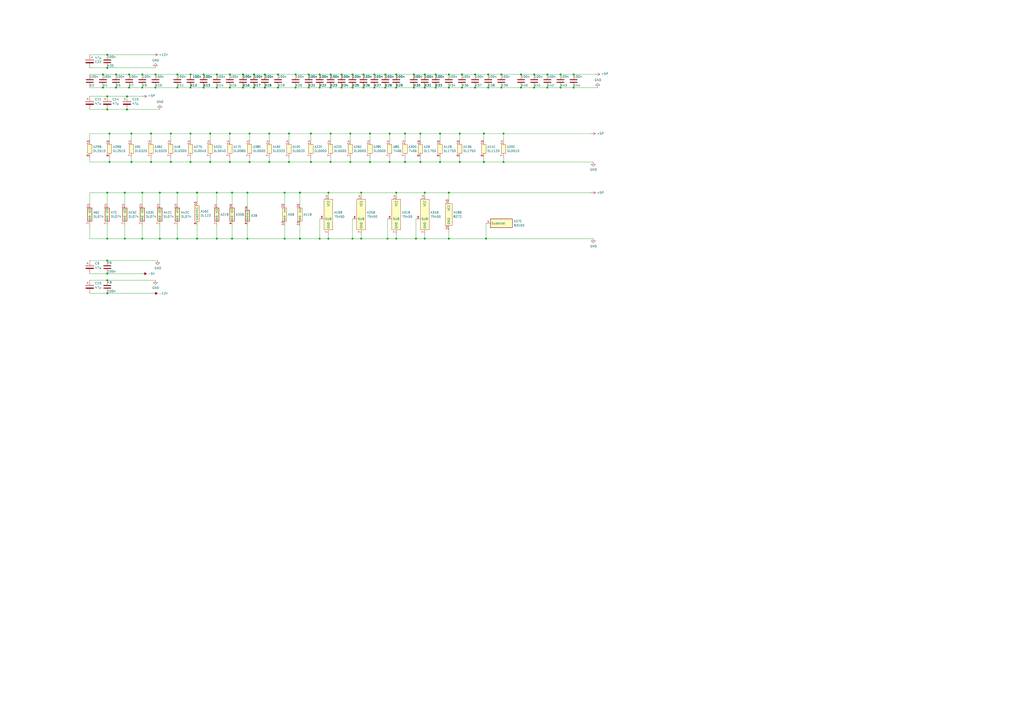
<source format=kicad_sch>
(kicad_sch (version 20250114) (generator "eeschema") (generator_version "9.0")
  (paper "A2")
  (title_block (title "EC1834 Hauptplatine 201.2-Power") (date "2022-09-12") (rev "1") (company "Mario Gögel 2022"))
  (junction (at 118.11 50.8))
  (junction (at 133.35 77.47))
  (junction (at 73.66 63.5))
  (junction (at 204.47 43.18))
  (junction (at 185.42 50.8))
  (junction (at 246.38 50.8))
  (junction (at 290.83 50.8))
  (junction (at 110.49 43.18))
  (junction (at 82.55 138.43))
  (junction (at 167.64 77.47))
  (junction (at 110.49 93.98))
  (junction (at 87.63 77.47))
  (junction (at 217.17 43.18))
  (junction (at 62.23 31.75))
  (junction (at 59.69 50.8))
  (junction (at 114.3 111.76))
  (junction (at 165.1 111.76))
  (junction (at 125.73 43.18))
  (junction (at 302.26 43.18))
  (junction (at 283.21 43.18))
  (junction (at 118.11 43.18))
  (junction (at 92.71 111.76))
  (junction (at 134.62 111.76))
  (junction (at 203.2 93.98))
  (junction (at 134.62 138.43))
  (junction (at 246.38 138.43))
  (junction (at 62.23 39.37))
  (junction (at 62.23 170.18))
  (junction (at 317.5 43.18))
  (junction (at 161.29 50.8))
  (junction (at 226.06 93.98))
  (junction (at 234.95 93.98))
  (junction (at 63.5 77.47))
  (junction (at 82.55 50.8))
  (junction (at 72.39 111.76))
  (junction (at 214.63 93.98))
  (junction (at 74.93 43.18))
  (junction (at 144.78 93.98))
  (junction (at 165.1 138.43))
  (junction (at 280.67 93.98))
  (junction (at 62.23 138.43))
  (junction (at 217.17 50.8))
  (junction (at 325.12 50.8))
  (junction (at 63.5 93.98))
  (junction (at 229.87 138.43))
  (junction (at 280.67 77.47))
  (junction (at 229.87 50.8))
  (junction (at 317.5 50.8))
  (junction (at 167.64 93.98))
  (junction (at 252.73 50.8))
  (junction (at 332.74 43.18))
  (junction (at 110.49 77.47))
  (junction (at 171.45 43.18))
  (junction (at 243.84 93.98))
  (junction (at 140.97 43.18))
  (junction (at 266.7 77.47))
  (junction (at 156.21 93.98))
  (junction (at 102.87 111.76))
  (junction (at 62.23 162.56))
  (junction (at 161.29 43.18))
  (junction (at 260.35 50.8))
  (junction (at 223.52 50.8))
  (junction (at 82.55 43.18))
  (junction (at 74.93 50.8))
  (junction (at 125.73 111.76))
  (junction (at 173.99 111.76))
  (junction (at 125.73 138.43))
  (junction (at 267.97 43.18))
  (junction (at 147.32 43.18))
  (junction (at 171.45 50.8))
  (junction (at 82.55 111.76))
  (junction (at 241.3 138.43))
  (junction (at 198.12 50.8))
  (junction (at 133.35 93.98))
  (junction (at 255.27 93.98))
  (junction (at 179.07 50.8))
  (junction (at 67.31 50.8))
  (junction (at 62.23 55.88))
  (junction (at 191.77 50.8))
  (junction (at 102.87 138.43))
  (junction (at 99.06 93.98))
  (junction (at 252.73 43.18))
  (junction (at 246.38 43.18))
  (junction (at 62.23 158.75))
  (junction (at 275.59 50.8))
  (junction (at 90.17 50.8))
  (junction (at 73.66 55.88))
  (junction (at 292.1 93.98))
  (junction (at 332.74 50.8))
  (junction (at 76.2 77.47))
  (junction (at 62.23 151.13))
  (junction (at 190.5 111.76))
  (junction (at 76.2 93.98))
  (junction (at 153.67 43.18))
  (junction (at 92.71 138.43))
  (junction (at 223.52 43.18))
  (junction (at 191.77 43.18))
  (junction (at 302.26 50.8))
  (junction (at 266.7 93.98))
  (junction (at 99.06 77.47))
  (junction (at 140.97 50.8))
  (junction (at 246.38 111.76))
  (junction (at 275.59 43.18))
  (junction (at 87.63 93.98))
  (junction (at 255.27 77.47))
  (junction (at 243.84 77.47))
  (junction (at 224.79 138.43))
  (junction (at 210.82 43.18))
  (junction (at 226.06 77.47))
  (junction (at 229.87 43.18))
  (junction (at 234.95 77.47))
  (junction (at 173.99 138.43))
  (junction (at 143.51 111.76))
  (junction (at 204.47 50.8))
  (junction (at 292.1 77.47))
  (junction (at 210.82 50.8))
  (junction (at 133.35 50.8))
  (junction (at 125.73 50.8))
  (junction (at 214.63 77.47))
  (junction (at 190.5 138.43))
  (junction (at 309.88 43.18))
  (junction (at 240.03 43.18))
  (junction (at 260.35 111.76))
  (junction (at 143.51 138.43))
  (junction (at 72.39 138.43))
  (junction (at 185.42 138.43))
  (junction (at 260.35 43.18))
  (junction (at 229.87 111.76))
  (junction (at 283.21 50.8))
  (junction (at 204.47 138.43))
  (junction (at 114.3 138.43))
  (junction (at 185.42 43.18))
  (junction (at 121.92 93.98))
  (junction (at 156.21 77.47))
  (junction (at 240.03 50.8))
  (junction (at 325.12 43.18))
  (junction (at 90.17 43.18))
  (junction (at 62.23 63.5))
  (junction (at 180.34 93.98))
  (junction (at 179.07 43.18))
  (junction (at 133.35 43.18))
  (junction (at 62.23 111.76))
  (junction (at 260.35 138.43))
  (junction (at 209.55 111.76))
  (junction (at 121.92 77.47))
  (junction (at 59.69 43.18))
  (junction (at 153.67 50.8))
  (junction (at 147.32 50.8))
  (junction (at 67.31 43.18))
  (junction (at 191.77 93.98))
  (junction (at 110.49 50.8))
  (junction (at 281.94 138.43))
  (junction (at 209.55 138.43))
  (junction (at 203.2 77.47))
  (junction (at 191.77 77.47))
  (junction (at 144.78 77.47))
  (junction (at 180.34 77.47))
  (junction (at 198.12 43.18))
  (junction (at 290.83 43.18))
  (junction (at 102.87 50.8))
  (junction (at 102.87 43.18))
  (junction (at 267.97 50.8))
  (junction (at 309.88 50.8))
  (wire (pts (xy 82.55 118.11) (xy 82.55 111.76)))
  (wire (pts (xy 156.21 91.44) (xy 156.21 93.98)))
  (wire (pts (xy 234.95 93.98) (xy 243.84 93.98)))
  (wire (pts (xy 217.17 43.18) (xy 223.52 43.18)))
  (wire (pts (xy 252.73 43.18) (xy 260.35 43.18)))
  (wire (pts (xy 165.1 111.76) (xy 165.1 118.11)))
  (wire (pts (xy 283.21 43.18) (xy 290.83 43.18)))
  (wire (pts (xy 290.83 43.18) (xy 302.26 43.18)))
  (wire (pts (xy 190.5 138.43) (xy 204.47 138.43)))
  (wire (pts (xy 153.67 43.18) (xy 161.29 43.18)))
  (wire (pts (xy 99.06 93.98) (xy 110.49 93.98)))
  (wire (pts (xy 255.27 91.44) (xy 255.27 93.98)))
  (wire (pts (xy 82.55 43.18) (xy 90.17 43.18)))
  (wire (pts (xy 114.3 111.76) (xy 125.73 111.76)))
  (wire (pts (xy 332.74 50.8) (xy 346.71 50.8)))
  (wire (pts (xy 203.2 77.47) (xy 214.63 77.47)))
  (wire (pts (xy 191.77 91.44) (xy 191.77 93.98)))
  (wire (pts (xy 173.99 111.76) (xy 173.99 118.11)))
  (wire (pts (xy 156.21 77.47) (xy 156.21 81.28)))
  (wire (pts (xy 173.99 130.81) (xy 173.99 138.43)))
  (wire (pts (xy 52.07 93.98) (xy 63.5 93.98)))
  (wire (pts (xy 280.67 77.47) (xy 292.1 77.47)))
  (wire (pts (xy 204.47 43.18) (xy 210.82 43.18)))
  (wire (pts (xy 102.87 138.43) (xy 114.3 138.43)))
  (wire (pts (xy 134.62 130.81) (xy 134.62 138.43)))
  (wire (pts (xy 62.23 55.88) (xy 73.66 55.88)))
  (wire (pts (xy 140.97 50.8) (xy 147.32 50.8)))
  (wire (pts (xy 102.87 130.81) (xy 102.87 138.43)))
  (wire (pts (xy 52.07 43.18) (xy 59.69 43.18)))
  (wire (pts (xy 90.17 50.8) (xy 102.87 50.8)))
  (wire (pts (xy 76.2 77.47) (xy 87.63 77.47)))
  (wire (pts (xy 156.21 93.98) (xy 167.64 93.98)))
  (wire (pts (xy 281.94 129.54) (xy 281.94 138.43)))
  (wire (pts (xy 52.07 77.47) (xy 63.5 77.47)))
  (wire (pts (xy 62.23 118.11) (xy 62.23 111.76)))
  (wire (pts (xy 62.23 158.75) (xy 82.55 158.75)))
  (wire (pts (xy 121.92 91.44) (xy 121.92 93.98)))
  (wire (pts (xy 267.97 50.8) (xy 275.59 50.8)))
  (wire (pts (xy 292.1 77.47) (xy 342.9 77.47)))
  (wire (pts (xy 292.1 77.47) (xy 292.1 81.28)))
  (wire (pts (xy 260.35 50.8) (xy 267.97 50.8)))
  (wire (pts (xy 223.52 43.18) (xy 229.87 43.18)))
  (wire (pts (xy 110.49 93.98) (xy 121.92 93.98)))
  (wire (pts (xy 87.63 91.44) (xy 87.63 93.98)))
  (wire (pts (xy 281.94 138.43) (xy 344.17 138.43)))
  (wire (pts (xy 167.64 77.47) (xy 167.64 81.28)))
  (wire (pts (xy 255.27 93.98) (xy 266.7 93.98)))
  (wire (pts (xy 260.35 43.18) (xy 267.97 43.18)))
  (wire (pts (xy 73.66 63.5) (xy 92.71 63.5)))
  (wire (pts (xy 52.07 138.43) (xy 62.23 138.43)))
  (wire (pts (xy 52.07 130.81) (xy 52.07 138.43)))
  (wire (pts (xy 165.1 138.43) (xy 173.99 138.43)))
  (wire (pts (xy 165.1 111.76) (xy 173.99 111.76)))
  (wire (pts (xy 144.78 93.98) (xy 156.21 93.98)))
  (wire (pts (xy 133.35 43.18) (xy 140.97 43.18)))
  (wire (pts (xy 209.55 135.89) (xy 209.55 138.43)))
  (wire (pts (xy 52.07 158.75) (xy 62.23 158.75)))
  (wire (pts (xy 185.42 43.18) (xy 191.77 43.18)))
  (wire (pts (xy 243.84 77.47) (xy 255.27 77.47)))
  (wire (pts (xy 73.66 55.88) (xy 82.55 55.88)))
  (wire (pts (xy 52.07 50.8) (xy 59.69 50.8)))
  (wire (pts (xy 229.87 111.76) (xy 246.38 111.76)))
  (wire (pts (xy 240.03 50.8) (xy 246.38 50.8)))
  (wire (pts (xy 133.35 77.47) (xy 133.35 81.28)))
  (wire (pts (xy 114.3 130.81) (xy 114.3 138.43)))
  (wire (pts (xy 241.3 138.43) (xy 246.38 138.43)))
  (wire (pts (xy 143.51 138.43) (xy 165.1 138.43)))
  (wire (pts (xy 52.07 118.11) (xy 52.07 111.76)))
  (wire (pts (xy 118.11 43.18) (xy 125.73 43.18)))
  (wire (pts (xy 246.38 111.76) (xy 260.35 111.76)))
  (wire (pts (xy 121.92 77.47) (xy 121.92 81.28)))
  (wire (pts (xy 204.47 138.43) (xy 209.55 138.43)))
  (wire (pts (xy 280.67 91.44) (xy 280.67 93.98)))
  (wire (pts (xy 179.07 43.18) (xy 185.42 43.18)))
  (wire (pts (xy 234.95 77.47) (xy 234.95 81.28)))
  (wire (pts (xy 260.35 111.76) (xy 260.35 115.57)))
  (wire (pts (xy 180.34 77.47) (xy 191.77 77.47)))
  (wire (pts (xy 198.12 43.18) (xy 204.47 43.18)))
  (wire (pts (xy 302.26 43.18) (xy 309.88 43.18)))
  (wire (pts (xy 229.87 50.8) (xy 240.03 50.8)))
  (wire (pts (xy 156.21 77.47) (xy 167.64 77.47)))
  (wire (pts (xy 133.35 91.44) (xy 133.35 93.98)))
  (wire (pts (xy 210.82 43.18) (xy 217.17 43.18)))
  (wire (pts (xy 185.42 127) (xy 185.42 138.43)))
  (wire (pts (xy 114.3 138.43) (xy 125.73 138.43)))
  (wire (pts (xy 171.45 50.8) (xy 179.07 50.8)))
  (wire (pts (xy 76.2 93.98) (xy 87.63 93.98)))
  (wire (pts (xy 143.51 111.76) (xy 165.1 111.76)))
  (wire (pts (xy 243.84 77.47) (xy 243.84 81.28)))
  (wire (pts (xy 209.55 138.43) (xy 224.79 138.43)))
  (wire (pts (xy 52.07 151.13) (xy 62.23 151.13)))
  (wire (pts (xy 302.26 50.8) (xy 309.88 50.8)))
  (wire (pts (xy 165.1 130.81) (xy 165.1 138.43)))
  (wire (pts (xy 134.62 111.76) (xy 134.62 118.11)))
  (wire (pts (xy 87.63 81.28) (xy 87.63 77.47)))
  (wire (pts (xy 266.7 93.98) (xy 280.67 93.98)))
  (wire (pts (xy 217.17 50.8) (xy 223.52 50.8)))
  (wire (pts (xy 125.73 50.8) (xy 133.35 50.8)))
  (wire (pts (xy 226.06 91.44) (xy 226.06 93.98)))
  (wire (pts (xy 99.06 77.47) (xy 110.49 77.47)))
  (wire (pts (xy 125.73 111.76) (xy 134.62 111.76)))
  (wire (pts (xy 76.2 77.47) (xy 76.2 81.28)))
  (wire (pts (xy 180.34 93.98) (xy 191.77 93.98)))
  (wire (pts (xy 275.59 50.8) (xy 283.21 50.8)))
  (wire (pts (xy 82.55 111.76) (xy 92.71 111.76)))
  (wire (pts (xy 63.5 93.98) (xy 76.2 93.98)))
  (wire (pts (xy 203.2 91.44) (xy 203.2 93.98)))
  (wire (pts (xy 125.73 130.81) (xy 125.73 138.43)))
  (wire (pts (xy 180.34 91.44) (xy 180.34 93.98)))
  (wire (pts (xy 173.99 111.76) (xy 190.5 111.76)))
  (wire (pts (xy 52.07 77.47) (xy 52.07 81.28)))
  (wire (pts (xy 144.78 77.47) (xy 156.21 77.47)))
  (wire (pts (xy 190.5 111.76) (xy 209.55 111.76)))
  (wire (pts (xy 52.07 39.37) (xy 62.23 39.37)))
  (wire (pts (xy 243.84 93.98) (xy 255.27 93.98)))
  (wire (pts (xy 198.12 50.8) (xy 204.47 50.8)))
  (wire (pts (xy 92.71 138.43) (xy 102.87 138.43)))
  (wire (pts (xy 133.35 50.8) (xy 140.97 50.8)))
  (wire (pts (xy 209.55 111.76) (xy 209.55 113.03)))
  (wire (pts (xy 59.69 43.18) (xy 67.31 43.18)))
  (wire (pts (xy 143.51 111.76) (xy 143.51 119.38)))
  (wire (pts (xy 110.49 77.47) (xy 110.49 81.28)))
  (wire (pts (xy 134.62 111.76) (xy 143.51 111.76)))
  (wire (pts (xy 62.23 31.75) (xy 88.9 31.75)))
  (wire (pts (xy 241.3 127) (xy 241.3 138.43)))
  (wire (pts (xy 118.11 50.8) (xy 125.73 50.8)))
  (wire (pts (xy 102.87 43.18) (xy 110.49 43.18)))
  (wire (pts (xy 62.23 151.13) (xy 91.44 151.13)))
  (wire (pts (xy 210.82 50.8) (xy 217.17 50.8)))
  (wire (pts (xy 133.35 77.47) (xy 144.78 77.47)))
  (wire (pts (xy 246.38 43.18) (xy 252.73 43.18)))
  (wire (pts (xy 110.49 43.18) (xy 118.11 43.18)))
  (wire (pts (xy 229.87 43.18) (xy 240.03 43.18)))
  (wire (pts (xy 246.38 50.8) (xy 252.73 50.8)))
  (wire (pts (xy 204.47 127) (xy 204.47 138.43)))
  (wire (pts (xy 102.87 118.11) (xy 102.87 111.76)))
  (wire (pts (xy 185.42 138.43) (xy 190.5 138.43)))
  (wire (pts (xy 234.95 91.44) (xy 234.95 93.98)))
  (wire (pts (xy 82.55 50.8) (xy 90.17 50.8)))
  (wire (pts (xy 62.23 138.43) (xy 72.39 138.43)))
  (wire (pts (xy 63.5 81.28) (xy 63.5 77.47)))
  (wire (pts (xy 290.83 50.8) (xy 302.26 50.8)))
  (wire (pts (xy 229.87 138.43) (xy 241.3 138.43)))
  (wire (pts (xy 144.78 91.44) (xy 144.78 93.98)))
  (wire (pts (xy 110.49 50.8) (xy 118.11 50.8)))
  (wire (pts (xy 72.39 130.81) (xy 72.39 138.43)))
  (wire (pts (xy 147.32 43.18) (xy 153.67 43.18)))
  (wire (pts (xy 260.35 111.76) (xy 342.9 111.76)))
  (wire (pts (xy 209.55 111.76) (xy 229.87 111.76)))
  (wire (pts (xy 72.39 138.43) (xy 82.55 138.43)))
  (wire (pts (xy 171.45 43.18) (xy 179.07 43.18)))
  (wire (pts (xy 102.87 111.76) (xy 114.3 111.76)))
  (wire (pts (xy 52.07 31.75) (xy 62.23 31.75)))
  (wire (pts (xy 185.42 50.8) (xy 191.77 50.8)))
  (wire (pts (xy 226.06 93.98) (xy 234.95 93.98)))
  (wire (pts (xy 292.1 93.98) (xy 344.17 93.98)))
  (wire (pts (xy 246.38 138.43) (xy 260.35 138.43)))
  (wire (pts (xy 252.73 50.8) (xy 260.35 50.8)))
  (wire (pts (xy 125.73 138.43) (xy 134.62 138.43)))
  (wire (pts (xy 191.77 50.8) (xy 198.12 50.8)))
  (wire (pts (xy 267.97 43.18) (xy 275.59 43.18)))
  (wire (pts (xy 62.23 63.5) (xy 73.66 63.5)))
  (wire (pts (xy 243.84 91.44) (xy 243.84 93.98)))
  (wire (pts (xy 87.63 93.98) (xy 99.06 93.98)))
  (wire (pts (xy 229.87 135.89) (xy 229.87 138.43)))
  (wire (pts (xy 167.64 91.44) (xy 167.64 93.98)))
  (wire (pts (xy 309.88 43.18) (xy 317.5 43.18)))
  (wire (pts (xy 266.7 77.47) (xy 280.67 77.47)))
  (wire (pts (xy 203.2 77.47) (xy 203.2 81.28)))
  (wire (pts (xy 102.87 50.8) (xy 110.49 50.8)))
  (wire (pts (xy 224.79 127) (xy 224.79 138.43)))
  (wire (pts (xy 191.77 93.98) (xy 203.2 93.98)))
  (wire (pts (xy 275.59 43.18) (xy 283.21 43.18)))
  (wire (pts (xy 214.63 77.47) (xy 226.06 77.47)))
  (wire (pts (xy 260.35 133.35) (xy 260.35 138.43)))
  (wire (pts (xy 125.73 43.18) (xy 133.35 43.18)))
  (wire (pts (xy 99.06 77.47) (xy 99.06 81.28)))
  (wire (pts (xy 280.67 77.47) (xy 280.67 81.28)))
  (wire (pts (xy 292.1 91.44) (xy 292.1 93.98)))
  (wire (pts (xy 52.07 111.76) (xy 62.23 111.76)))
  (wire (pts (xy 62.23 170.18) (xy 88.9 170.18)))
  (wire (pts (xy 214.63 91.44) (xy 214.63 93.98)))
  (wire (pts (xy 325.12 43.18) (xy 332.74 43.18)))
  (wire (pts (xy 332.74 43.18) (xy 345.44 43.18)))
  (wire (pts (xy 283.21 50.8) (xy 290.83 50.8)))
  (wire (pts (xy 226.06 77.47) (xy 234.95 77.47)))
  (wire (pts (xy 144.78 77.47) (xy 144.78 81.28)))
  (wire (pts (xy 309.88 50.8) (xy 317.5 50.8)))
  (wire (pts (xy 191.77 43.18) (xy 198.12 43.18)))
  (wire (pts (xy 90.17 43.18) (xy 102.87 43.18)))
  (wire (pts (xy 82.55 130.81) (xy 82.55 138.43)))
  (wire (pts (xy 82.55 138.43) (xy 92.71 138.43)))
  (wire (pts (xy 246.38 111.76) (xy 246.38 113.03)))
  (wire (pts (xy 62.23 111.76) (xy 72.39 111.76)))
  (wire (pts (xy 52.07 91.44) (xy 52.07 93.98)))
  (wire (pts (xy 260.35 138.43) (xy 281.94 138.43)))
  (wire (pts (xy 224.79 138.43) (xy 229.87 138.43)))
  (wire (pts (xy 161.29 50.8) (xy 171.45 50.8)))
  (wire (pts (xy 52.07 63.5) (xy 62.23 63.5)))
  (wire (pts (xy 161.29 43.18) (xy 171.45 43.18)))
  (wire (pts (xy 134.62 138.43) (xy 143.51 138.43)))
  (wire (pts (xy 255.27 77.47) (xy 266.7 77.47)))
  (wire (pts (xy 92.71 130.81) (xy 92.71 138.43)))
  (wire (pts (xy 62.23 39.37) (xy 90.17 39.37)))
  (wire (pts (xy 203.2 93.98) (xy 214.63 93.98)))
  (wire (pts (xy 246.38 135.89) (xy 246.38 138.43)))
  (wire (pts (xy 67.31 50.8) (xy 74.93 50.8)))
  (wire (pts (xy 147.32 50.8) (xy 153.67 50.8)))
  (wire (pts (xy 229.87 111.76) (xy 229.87 113.03)))
  (wire (pts (xy 266.7 91.44) (xy 266.7 93.98)))
  (wire (pts (xy 317.5 50.8) (xy 325.12 50.8)))
  (wire (pts (xy 191.77 77.47) (xy 203.2 77.47)))
  (wire (pts (xy 74.93 50.8) (xy 82.55 50.8)))
  (wire (pts (xy 59.69 50.8) (xy 67.31 50.8)))
  (wire (pts (xy 121.92 93.98) (xy 133.35 93.98)))
  (wire (pts (xy 52.07 55.88) (xy 62.23 55.88)))
  (wire (pts (xy 63.5 77.47) (xy 76.2 77.47)))
  (wire (pts (xy 99.06 91.44) (xy 99.06 93.98)))
  (wire (pts (xy 143.51 130.81) (xy 143.51 138.43)))
  (wire (pts (xy 62.23 162.56) (xy 90.17 162.56)))
  (wire (pts (xy 72.39 118.11) (xy 72.39 111.76)))
  (wire (pts (xy 190.5 135.89) (xy 190.5 138.43)))
  (wire (pts (xy 180.34 77.47) (xy 180.34 81.28)))
  (wire (pts (xy 121.92 77.47) (xy 133.35 77.47)))
  (wire (pts (xy 76.2 91.44) (xy 76.2 93.98)))
  (wire (pts (xy 226.06 77.47) (xy 226.06 81.28)))
  (wire (pts (xy 173.99 138.43) (xy 185.42 138.43)))
  (wire (pts (xy 240.03 43.18) (xy 246.38 43.18)))
  (wire (pts (xy 62.23 130.81) (xy 62.23 138.43)))
  (wire (pts (xy 92.71 111.76) (xy 102.87 111.76)))
  (wire (pts (xy 133.35 93.98) (xy 144.78 93.98)))
  (wire (pts (xy 191.77 77.47) (xy 191.77 81.28)))
  (wire (pts (xy 266.7 77.47) (xy 266.7 81.28)))
  (wire (pts (xy 52.07 162.56) (xy 62.23 162.56)))
  (wire (pts (xy 140.97 43.18) (xy 147.32 43.18)))
  (wire (pts (xy 317.5 43.18) (xy 325.12 43.18)))
  (wire (pts (xy 52.07 170.18) (xy 62.23 170.18)))
  (wire (pts (xy 110.49 77.47) (xy 121.92 77.47)))
  (wire (pts (xy 167.64 77.47) (xy 180.34 77.47)))
  (wire (pts (xy 223.52 50.8) (xy 229.87 50.8)))
  (wire (pts (xy 179.07 50.8) (xy 185.42 50.8)))
  (wire (pts (xy 153.67 50.8) (xy 161.29 50.8)))
  (wire (pts (xy 63.5 91.44) (xy 63.5 93.98)))
  (wire (pts (xy 125.73 111.76) (xy 125.73 118.11)))
  (wire (pts (xy 74.93 43.18) (xy 82.55 43.18)))
  (wire (pts (xy 67.31 43.18) (xy 74.93 43.18)))
  (wire (pts (xy 72.39 111.76) (xy 82.55 111.76)))
  (wire (pts (xy 234.95 77.47) (xy 243.84 77.47)))
  (wire (pts (xy 204.47 50.8) (xy 210.82 50.8)))
  (wire (pts (xy 114.3 111.76) (xy 114.3 116.84)))
  (wire (pts (xy 214.63 81.28) (xy 214.63 77.47)))
  (wire (pts (xy 190.5 111.76) (xy 190.5 113.03)))
  (wire (pts (xy 214.63 93.98) (xy 226.06 93.98)))
  (wire (pts (xy 325.12 50.8) (xy 332.74 50.8)))
  (wire (pts (xy 255.27 77.47) (xy 255.27 81.28)))
  (wire (pts (xy 110.49 91.44) (xy 110.49 93.98)))
  (wire (pts (xy 87.63 77.47) (xy 99.06 77.47)))
  (wire (pts (xy 92.71 118.11) (xy 92.71 111.76)))
  (wire (pts (xy 280.67 93.98) (xy 292.1 93.98)))
  (wire (pts (xy 167.64 93.98) (xy 180.34 93.98)))
  (symbol (lib_id "Device:C") (at 52.07 46.99 0) (mirror x) (unit 1)
    (property "Reference" "K2" (at 52.07 49.53 0) (effects (justify left)))
    (property "Value" "100n" (at 52.07 44.45 0) (effects (justify left)))
    (property "Footprint" "Capacitor_THT:C_Disc_D4.3mm_W1.9mm_P5.00mm" (effects (hide yes)))
  )
  (symbol (lib_id "Device:C") (at 204.47 46.99 0) (mirror x) (unit 1)
    (property "Reference" "K25" (at 204.47 49.53 0) (effects (justify left)))
    (property "Value" "100n" (at 204.47 44.45 0) (effects (justify left)))
    (property "Footprint" "Capacitor_THT:C_Disc_D4.3mm_W1.9mm_P5.00mm" (effects (hide yes)))
  )
  (symbol (lib_id "Device:C") (at 102.87 46.99 0) (mirror x) (unit 1)
    (property "Reference" "K11" (at 102.87 49.53 0) (effects (justify left)))
    (property "Value" "100n" (at 102.87 44.45 0) (effects (justify left)))
    (property "Footprint" "Capacitor_THT:C_Disc_D4.3mm_W1.9mm_P5.00mm" (effects (hide yes)))
  )
  (symbol (lib_id "Device:C") (at 59.69 46.99 0) (mirror x) (unit 1)
    (property "Reference" "K4" (at 59.69 49.53 0) (effects (justify left)))
    (property "Value" "100n" (at 59.69 44.45 0) (effects (justify left)))
    (property "Footprint" "Capacitor_THT:C_Disc_D4.3mm_W1.9mm_P5.00mm" (effects (hide yes)))
  )
  (symbol (lib_id "Device:C") (at 67.31 46.99 0) (mirror x) (unit 1)
    (property "Reference" "K5" (at 67.31 49.53 0) (effects (justify left)))
    (property "Value" "100n" (at 67.31 44.45 0) (effects (justify left)))
    (property "Footprint" "Capacitor_THT:C_Disc_D4.3mm_W1.9mm_P5.00mm" (effects (hide yes)))
  )
  (symbol (lib_id "Device:C") (at 74.93 46.99 0) (mirror x) (unit 1)
    (property "Reference" "K7" (at 74.93 49.53 0) (effects (justify left)))
    (property "Value" "100n" (at 74.93 44.45 0) (effects (justify left)))
    (property "Footprint" "Capacitor_THT:C_Disc_D4.3mm_W1.9mm_P5.00mm" (effects (hide yes)))
  )
  (symbol (lib_id "Device:C") (at 275.59 46.99 0) (mirror x) (unit 1)
    (property "Reference" "K37" (at 275.59 49.53 0) (effects (justify left)))
    (property "Value" "100n" (at 275.59 44.45 0) (effects (justify left)))
    (property "Footprint" "Capacitor_THT:C_Disc_D4.3mm_W1.9mm_P5.00mm" (effects (hide yes)))
  )
  (symbol (lib_id "Device:C") (at 260.35 46.99 0) (mirror x) (unit 1)
    (property "Reference" "K34" (at 260.35 49.53 0) (effects (justify left)))
    (property "Value" "100n" (at 260.35 44.45 0) (effects (justify left)))
    (property "Footprint" "Capacitor_THT:C_Disc_D4.3mm_W1.9mm_P5.00mm" (effects (hide yes)))
  )
  (symbol (lib_id "Device:C") (at 82.55 46.99 0) (mirror x) (unit 1)
    (property "Reference" "K9" (at 82.55 49.53 0) (effects (justify left)))
    (property "Value" "100n" (at 82.55 44.45 0) (effects (justify left)))
    (property "Footprint" "Capacitor_THT:C_Disc_D4.3mm_W1.9mm_P5.00mm" (effects (hide yes)))
  )
  (symbol (lib_id "Device:C") (at 90.17 46.99 0) (mirror x) (unit 1)
    (property "Reference" "K10" (at 90.17 49.53 0) (effects (justify left)))
    (property "Value" "100n" (at 90.17 44.45 0) (effects (justify left)))
    (property "Footprint" "Capacitor_THT:C_Disc_D4.3mm_W1.9mm_P5.00mm" (effects (hide yes)))
  )
  (symbol (lib_id "Device:C") (at 140.97 46.99 0) (mirror x) (unit 1)
    (property "Reference" "K16" (at 140.97 49.53 0) (effects (justify left)))
    (property "Value" "100n" (at 140.97 44.45 0) (effects (justify left)))
    (property "Footprint" "Capacitor_THT:C_Disc_D4.3mm_W1.9mm_P5.00mm" (effects (hide yes)))
  )
  (symbol (lib_id "Device:C") (at 290.83 46.99 0) (mirror x) (unit 1)
    (property "Reference" "K39" (at 290.83 49.53 0) (effects (justify left)))
    (property "Value" "100n" (at 290.83 44.45 0) (effects (justify left)))
    (property "Footprint" "Capacitor_THT:C_Disc_D4.3mm_W1.9mm_P5.00mm" (effects (hide yes)))
  )
  (symbol (lib_id "Device:C") (at 110.49 46.99 0) (mirror x) (unit 1)
    (property "Reference" "K12" (at 110.49 49.53 0) (effects (justify left)))
    (property "Value" "100n" (at 111.76 44.45 0) (effects (justify left)))
    (property "Footprint" "Capacitor_THT:C_Disc_D4.3mm_W1.9mm_P5.00mm" (effects (hide yes)))
  )
  (symbol (lib_id "Device:C") (at 118.11 46.99 0) (mirror x) (unit 1)
    (property "Reference" "K13" (at 118.11 49.53 0) (effects (justify left)))
    (property "Value" "100n" (at 118.11 44.45 0) (effects (justify left)))
    (property "Footprint" "Capacitor_THT:C_Disc_D4.3mm_W1.9mm_P5.00mm" (effects (hide yes)))
  )
  (symbol (lib_id "Device:C") (at 133.35 46.99 0) (mirror x) (unit 1)
    (property "Reference" "K15" (at 133.35 49.53 0) (effects (justify left)))
    (property "Value" "100n" (at 133.35 44.45 0) (effects (justify left)))
    (property "Footprint" "Capacitor_THT:C_Disc_D4.3mm_W1.9mm_P5.00mm" (effects (hide yes)))
  )
  (symbol (lib_id "Device:C") (at 283.21 46.99 0) (mirror x) (unit 1)
    (property "Reference" "K38" (at 283.21 49.53 0) (effects (justify left)))
    (property "Value" "100n" (at 283.21 44.45 0) (effects (justify left)))
    (property "Footprint" "Capacitor_THT:C_Disc_D4.3mm_W1.9mm_P5.00mm" (effects (hide yes)))
  )
  (symbol (lib_id "Device:C") (at 125.73 46.99 0) (mirror x) (unit 1)
    (property "Reference" "K14" (at 125.73 49.53 0) (effects (justify left)))
    (property "Value" "100n" (at 125.73 44.45 0) (effects (justify left)))
    (property "Footprint" "Capacitor_THT:C_Disc_D4.3mm_W1.9mm_P5.00mm" (effects (hide yes)))
  )
  (symbol (lib_id "Device:C") (at 185.42 46.99 0) (mirror x) (unit 1)
    (property "Reference" "K22" (at 185.42 49.53 0) (effects (justify left)))
    (property "Value" "100n" (at 185.42 44.45 0) (effects (justify left)))
    (property "Footprint" "Capacitor_THT:C_Disc_D4.3mm_W1.9mm_P5.00mm" (effects (hide yes)))
  )
  (symbol (lib_id "Device:C") (at 191.77 46.99 0) (mirror x) (unit 1)
    (property "Reference" "K23" (at 191.77 49.53 0) (effects (justify left)))
    (property "Value" "100n" (at 191.77 44.45 0) (effects (justify left)))
    (property "Footprint" "Capacitor_THT:C_Disc_D4.3mm_W1.9mm_P5.00mm" (effects (hide yes)))
  )
  (symbol (lib_id "Device:C") (at 198.12 46.99 0) (mirror x) (unit 1)
    (property "Reference" "K24" (at 198.12 49.53 0) (effects (justify left)))
    (property "Value" "100n" (at 198.12 44.45 0) (effects (justify left)))
    (property "Footprint" "Capacitor_THT:C_Disc_D4.3mm_W1.9mm_P5.00mm" (effects (hide yes)))
  )
  (symbol (lib_id "Device:C") (at 240.03 46.99 0) (mirror x) (unit 1)
    (property "Reference" "K30" (at 240.03 49.53 0) (effects (justify left)))
    (property "Value" "100n" (at 240.03 44.45 0) (effects (justify left)))
    (property "Footprint" "Capacitor_THT:C_Disc_D4.3mm_W1.9mm_P5.00mm" (effects (hide yes)))
  )
  (symbol (lib_id "Device:C") (at 246.38 46.99 0) (mirror x) (unit 1)
    (property "Reference" "K31" (at 246.38 49.53 0) (effects (justify left)))
    (property "Value" "100n" (at 246.38 44.45 0) (effects (justify left)))
    (property "Footprint" "Capacitor_THT:C_Disc_D4.3mm_W1.9mm_P5.00mm" (effects (hide yes)))
  )
  (symbol (lib_id "Device:C") (at 217.17 46.99 0) (mirror x) (unit 1)
    (property "Reference" "K27" (at 217.17 49.53 0) (effects (justify left)))
    (property "Value" "100n" (at 217.17 44.45 0) (effects (justify left)))
    (property "Footprint" "Capacitor_THT:C_Disc_D4.3mm_W1.9mm_P5.00mm" (effects (hide yes)))
  )
  (symbol (lib_id "Device:C") (at 252.73 46.99 0) (mirror x) (unit 1)
    (property "Reference" "K33" (at 252.73 49.53 0) (effects (justify left)))
    (property "Value" "100n" (at 252.73 44.45 0) (effects (justify left)))
    (property "Footprint" "Capacitor_THT:C_Disc_D4.3mm_W1.9mm_P5.00mm" (effects (hide yes)))
  )
  (symbol (lib_id "Device:C") (at 267.97 46.99 0) (mirror x) (unit 1)
    (property "Reference" "K36" (at 267.97 49.53 0) (effects (justify left)))
    (property "Value" "100n" (at 267.97 44.45 0) (effects (justify left)))
    (property "Footprint" "Capacitor_THT:C_Disc_D4.3mm_W1.9mm_P5.00mm" (effects (hide yes)))
  )
  (symbol (lib_id "Device:C") (at 332.74 46.99 0) (mirror x) (unit 1)
    (property "Reference" "K44" (at 332.74 49.53 0) (effects (justify left)))
    (property "Value" "100n" (at 332.74 44.45 0) (effects (justify left)))
    (property "Footprint" "Capacitor_THT:C_Disc_D4.3mm_W1.9mm_P5.00mm" (effects (hide yes)))
  )
  (symbol (lib_id "power:GND") (at 346.71 50.8 0) (mirror x) (unit 1)
    (property "Reference" "#PWR0102" (effects (hide yes)))
    (property "Value" "GND" (at 346.837 46.4058 0))
    (property "Description" "Power symbol creates a global label with name \"GND\" , ground" (effects (hide yes)))
  )
  (symbol (lib_id "power:+5P") (at 345.44 43.18 270) (mirror x) (unit 1)
    (property "Reference" "#PWR0103" (effects (hide yes)))
    (property "Value" "+5P" (at 348.6912 42.799 90) (effects (justify left)))
    (property "Description" "Power symbol creates a global label with name \"+5P\"" (effects (hide yes)))
  )
  (symbol (lib_id "power:+5P") (at 82.55 55.88 270) (mirror x) (unit 1)
    (property "Reference" "#PWR0104" (effects (hide yes)))
    (property "Value" "+5P" (at 85.8012 55.499 90) (effects (justify left)))
    (property "Description" "Power symbol creates a global label with name \"+5P\"" (effects (hide yes)))
  )
  (symbol (lib_id "power:GND") (at 92.71 63.5 0) (mirror x) (unit 1)
    (property "Reference" "#PWR0106" (effects (hide yes)))
    (property "Value" "GND" (at 92.837 59.1058 0))
    (property "Description" "Power symbol creates a global label with name \"GND\" , ground" (effects (hide yes)))
  )
  (symbol (lib_id "power:GND") (at 91.44 151.13 0) (unit 1)
    (property "Reference" "#PWR0108" (effects (hide yes)))
    (property "Value" "GND" (at 91.567 155.5242 0))
    (property "Description" "Power symbol creates a global label with name \"GND\" , ground" (effects (hide yes)))
  )
  (symbol (lib_id "power:GND") (at 344.17 138.43 0) (unit 1)
    (property "Reference" "#PWR0109" (effects (hide yes)))
    (property "Value" "GND" (at 344.297 142.8242 0))
    (property "Description" "Power symbol creates a global label with name \"GND\" , ground" (effects (hide yes)))
  )
  (symbol (lib_id "Device:C_Polarized") (at 62.23 59.69 0) (unit 1)
    (property "Reference" "C14" (at 65.151 57.5888 0) (effects (justify left)))
    (property "Value" "47µ" (at 65.151 60.0131 0) (effects (justify left)))
    (property "Footprint" "Capacitor_THT:CP_Radial_Tantal_D5.0mm_P5.00mm" (effects (hide yes)))
    (property "Description" "Polarized capacitor" (effects (hide yes)))
  )
  (symbol (lib_id "RFT_Digitalschaltkreise:DL032D") (at 156.21 86.36 0) (unit 5)
    (property "Reference" "A40" (at 158.115 85.1478 0) (effects (justify left)))
    (property "Value" "DL032D" (at 158.115 87.5721 0) (effects (justify left)))
    (property "Footprint" "Package_DIP:DIP-14_W7.62mm" (effects (hide yes)))
    (property "Datasheet" "https://www-user.tu-chemnitz.de/~heha/basteln/Konsumg%C3%BCter/DDR-Halbleiter/g.cgi?149" (effects (hide yes)))
    (property "Description" "4 OR-Gatter mit je 2 Eingängen" (effects (hide yes)))
  )
  (symbol (lib_id "robotron_ec1834:DS8286D") (at 173.99 124.46 0) (unit 2)
    (property "Reference" "A11" (at 175.895 124.46 0) (effects (justify left)))
    (property "Value" "DS8286D" (effects (hide yes)))
    (property "Footprint" "Package_DIP:DIP-20_W7.62mm" (effects (hide yes)))
    (property "Datasheet" "https://www-user.tu-chemnitz.de/~heha/basteln/Konsumg%C3%BCter/DDR-Halbleiter/ds8286.gif" (effects (hide yes)))
    (property "Description" "8 Bit bidirektionaler Bustreiber, Tristate-Ausgänge" (effects (hide yes)))
  )
  (symbol (lib_id "RFT_Digitalschaltkreise:DL251D") (at 52.07 86.36 0) (unit 2)
    (property "Reference" "A29" (at 53.975 85.1478 0) (effects (justify left)))
    (property "Value" "DL251D" (at 53.975 87.5721 0) (effects (justify left)))
    (property "Footprint" "Package_DIP:DIP-16_W7.62mm" (effects (hide yes)))
    (property "Datasheet" "https://www-user.tu-chemnitz.de/~heha/basteln/Konsumg%C3%BCter/DDR-Halbleiter/dl251.gif" (effects (hide yes)))
    (property "Description" "8- auf 1-Multiplexer mit Tristate-Ausgängen" (effects (hide yes)))
  )
  (symbol (lib_id "Device:C") (at 62.23 154.94 0) (unit 1)
    (property "Reference" "K6" (at 62.23 152.4 0) (effects (justify left)))
    (property "Value" "100n" (at 62.23 157.48 0) (effects (justify left)))
    (property "Footprint" "Capacitor_THT:C_Disc_D4.3mm_W1.9mm_P5.00mm" (effects (hide yes)))
  )
  (symbol (lib_id "power:+5P") (at 342.9 111.76 270) (unit 1)
    (property "Reference" "#PWR06" (effects (hide yes)))
    (property "Value" "+5P" (at 346.075 111.76 90) (effects (justify left)))
    (property "Description" "Power symbol creates a global label with name \"+5P\"" (effects (hide yes)))
  )
  (symbol (lib_id "RFT_Analogschaltkreise:B315D") (at 289.56 129.54 0) (unit 5)
    (property "Reference" "A37" (at 297.942 128.3278 0) (effects (justify left)))
    (property "Value" "B315D" (at 297.942 130.7521 0) (effects (justify left)))
    (property "Footprint" "Package_DIP:DIP-14_W7.62mm" (effects (hide yes)))
    (property "Datasheet" "https://www.tu-chemnitz.de/etit/zentral/ddr/b315.gif" (effects (hide yes)))
    (property "Description" "Transistor-Leistungs-Array" (effects (hide yes)))
  )
  (symbol (lib_id "Device:C") (at 302.26 46.99 0) (mirror x) (unit 1)
    (property "Reference" "K40" (at 302.26 49.53 0) (effects (justify left)))
    (property "Value" "100n" (at 302.26 44.45 0) (effects (justify left)))
    (property "Footprint" "Capacitor_THT:C_Disc_D4.3mm_W1.9mm_P5.00mm" (effects (hide yes)))
  )
  (symbol (lib_id "RFT_Digitalschaltkreise:DL004D") (at 121.92 86.36 0) (unit 7)
    (property "Reference" "A32" (at 123.825 85.1478 0) (effects (justify left)))
    (property "Value" "DL004D" (at 123.825 87.5721 0) (effects (justify left)))
    (property "Footprint" "Package_DIP:DIP-14_W7.62mm" (effects (hide yes)))
    (property "Datasheet" "https://www-user.tu-chemnitz.de/~heha/basteln/Konsumg%C3%BCter/DDR-Halbleiter/dl003.gif" (effects (hide yes)))
    (property "Description" "6 Inverter" (effects (hide yes)))
  )
  (symbol (lib_id "RFT_Digitalschaltkreise:DL000D") (at 203.2 86.36 0) (unit 5)
    (property "Reference" "A26" (at 205.105 85.1478 0) (effects (justify left)))
    (property "Value" "DL000D" (at 205.105 87.5721 0) (effects (justify left)))
    (property "Footprint" "Package_DIP:DIP-14_W7.62mm" (effects (hide yes)))
    (property "Datasheet" "https://www-user.tu-chemnitz.de/~heha/basteln/Konsumg%C3%BCter/DDR-Halbleiter/dl000.gif" (effects (hide yes)))
    (property "Description" "4 NAND-Gatter mit je 2 Eingängen" (effects (hide yes)))
  )
  (symbol (lib_id "RFT_Digitalschaltkreise:DL032D") (at 87.63 86.36 0) (unit 5)
    (property "Reference" "A36" (at 89.535 85.1478 0) (effects (justify left)))
    (property "Value" "DL032D" (at 89.535 87.5721 0) (effects (justify left)))
    (property "Footprint" "Package_DIP:DIP-14_W7.62mm" (effects (hide yes)))
    (property "Datasheet" "https://www-user.tu-chemnitz.de/~heha/basteln/Konsumg%C3%BCter/DDR-Halbleiter/g.cgi?149" (effects (hide yes)))
    (property "Description" "4 OR-Gatter mit je 2 Eingängen" (effects (hide yes)))
  )
  (symbol (lib_id "robotron_ec1834:75450") (at 190.5 124.46 0) (unit 2)
    (property "Reference" "A19" (at 193.675 123.2478 0) (effects (justify left)))
    (property "Value" "75450" (at 193.675 125.6721 0) (effects (justify left)))
    (property "Footprint" "Package_DIP:DIP-14_W7.62mm" (effects (hide yes)))
  )
  (symbol (lib_id "robotron_ec1834:DS8216") (at 143.51 125.73 0) (unit 2)
    (property "Reference" "A3" (at 145.542 125.095 0) (effects (justify left)))
    (property "Value" "DS8216" (effects (hide yes)))
    (property "Footprint" "Package_DIP:DIP-16_W7.62mm" (effects (hide yes)))
    (property "Datasheet" "http://www.ti.com/lit/gpn/sn74LS138" (effects (hide yes)))
    (property "Description" "Decoder 3 to 8 active low outputs" (effects (hide yes)))
  )
  (symbol (lib_id "Device:C") (at 325.12 46.99 0) (mirror x) (unit 1)
    (property "Reference" "K43" (at 325.12 49.53 0) (effects (justify left)))
    (property "Value" "100n" (at 325.12 44.45 0) (effects (justify left)))
    (property "Footprint" "Capacitor_THT:C_Disc_D4.3mm_W1.9mm_P5.00mm" (effects (hide yes)))
  )
  (symbol (lib_id "power:GND") (at 90.17 162.56 0) (unit 1)
    (property "Reference" "#PWR05" (effects (hide yes)))
    (property "Value" "GND" (at 90.297 166.9542 0))
    (property "Description" "Power symbol creates a global label with name \"GND\" , ground" (effects (hide yes)))
  )
  (symbol (lib_id "RFT_Digitalschaltkreise:DL000D") (at 214.63 86.36 0) (unit 5)
    (property "Reference" "A28" (at 216.535 85.1478 0) (effects (justify left)))
    (property "Value" "DL000D" (at 216.535 87.5721 0) (effects (justify left)))
    (property "Footprint" "Package_DIP:DIP-14_W7.62mm" (effects (hide yes)))
    (property "Datasheet" "https://www-user.tu-chemnitz.de/~heha/basteln/Konsumg%C3%BCter/DDR-Halbleiter/dl000.gif" (effects (hide yes)))
    (property "Description" "4 NAND-Gatter mit je 2 Eingängen" (effects (hide yes)))
  )
  (symbol (lib_id "Device:C") (at 229.87 46.99 0) (mirror x) (unit 1)
    (property "Reference" "K29" (at 229.87 49.53 0) (effects (justify left)))
    (property "Value" "100n" (at 229.87 44.45 0) (effects (justify left)))
    (property "Footprint" "Capacitor_THT:C_Disc_D4.3mm_W1.9mm_P5.00mm" (effects (hide yes)))
  )
  (symbol (lib_id "RFT_Digitalschaltkreise:DL008D") (at 133.35 86.36 0) (unit 5)
    (property "Reference" "A17" (at 135.255 85.1478 0) (effects (justify left)))
    (property "Value" "DL008D" (at 135.255 87.5721 0) (effects (justify left)))
    (property "Footprint" "Package_DIP:DIP-14_W7.62mm" (effects (hide yes)))
    (property "Datasheet" "https://www-user.tu-chemnitz.de/~heha/basteln/Konsumg%C3%BCter/DDR-Halbleiter/dl008.gif" (effects (hide yes)))
    (property "Description" "4 AND-Gatter mit je 2 Eingängen" (effects (hide yes)))
  )
  (symbol (lib_id "robotron_ec1834:DL295") (at 125.73 124.46 0) (unit 2)
    (property "Reference" "A21" (at 127.762 124.46 0) (effects (justify left)))
    (property "Value" "DL295" (effects (hide yes)))
    (property "Footprint" "Package_DIP:DIP-14_W7.62mm" (effects (hide yes)))
    (property "Datasheet" "http://www.ti.com/lit/gpn/sn74LS295" (effects (hide yes)))
    (property "Description" "4-bit bidirectional register, 3-state outputs" (effects (hide yes)))
  )
  (symbol (lib_id "RFT_Digitalschaltkreise:DL051D") (at 292.1 86.36 0) (unit 3)
    (property "Reference" "A20" (at 294.005 85.1478 0) (effects (justify left)))
    (property "Value" "DL051D" (at 294.005 87.5721 0) (effects (justify left)))
    (property "Footprint" "Package_DIP:DIP-14_W7.62mm" (effects (hide yes)))
    (property "Datasheet" "https://www-user.tu-chemnitz.de/~heha/basteln/Konsumg%C3%BCter/DDR-Halbleiter/dl040.gif" (effects (hide yes)))
    (property "Description" "2 AND-NOR-Getter mit 2×3 Eingängen bzw. 2×2 Eingängen" (effects (hide yes)))
  )
  (symbol (lib_id "Device:C") (at 179.07 46.99 0) (mirror x) (unit 1)
    (property "Reference" "K21" (at 179.07 49.53 0) (effects (justify left)))
    (property "Value" "100n" (at 179.07 44.45 0) (effects (justify left)))
    (property "Footprint" "Capacitor_THT:C_Disc_D4.3mm_W1.9mm_P5.00mm" (effects (hide yes)))
  )
  (symbol (lib_id "Device:C_Polarized") (at 52.07 59.69 0) (unit 1)
    (property "Reference" "C11" (at 54.991 57.5888 0) (effects (justify left)))
    (property "Value" "47µ" (at 54.991 60.0131 0) (effects (justify left)))
    (property "Footprint" "Capacitor_THT:CP_Radial_Tantal_D5.0mm_P5.00mm" (effects (hide yes)))
    (property "Description" "Polarized capacitor" (effects (hide yes)))
  )
  (symbol (lib_id "RFT_Digitalschaltkreise:DL112D") (at 280.67 86.36 0) (unit 3)
    (property "Reference" "A14" (at 282.575 85.1478 0) (effects (justify left)))
    (property "Value" "DL112D" (at 282.575 87.5721 0) (effects (justify left)))
    (property "Footprint" "Package_DIP:DIP-16_W7.62mm" (effects (hide yes)))
    (property "Datasheet" "https://www-user.tu-chemnitz.de/~heha/basteln/Konsumg%C3%BCter/DDR-Halbleiter/dl112.gif" (effects (hide yes)))
    (property "Description" "2 negativ flanken-getriggerte JK-Flip-Flop" (effects (hide yes)))
  )
  (symbol (lib_id "Device:C") (at 223.52 46.99 0) (mirror x) (unit 1)
    (property "Reference" "K28" (at 223.52 49.53 0) (effects (justify left)))
    (property "Value" "100n" (at 223.52 44.45 0) (effects (justify left)))
    (property "Footprint" "Capacitor_THT:C_Disc_D4.3mm_W1.9mm_P5.00mm" (effects (hide yes)))
  )
  (symbol (lib_id "RFT_Digitalschaltkreise:DL002D") (at 167.64 86.36 0) (unit 5)
    (property "Reference" "A10" (at 169.545 85.1478 0) (effects (justify left)))
    (property "Value" "DL002D" (at 169.545 87.5721 0) (effects (justify left)))
    (property "Footprint" "Package_DIP:DIP-14_W7.62mm" (effects (hide yes)))
    (property "Datasheet" "https://www-user.tu-chemnitz.de/~heha/basteln/Konsumg%C3%BCter/DDR-Halbleiter/dl000.gif" (effects (hide yes)))
    (property "Description" "4 NOR-Gatter mit je 2 Eingängen" (effects (hide yes)))
  )
  (symbol (lib_id "robotron_ec1834:DL074") (at 82.55 124.46 0) (unit 3)
    (property "Reference" "A33" (at 84.582 123.2478 0) (effects (justify left)))
    (property "Value" "DL074" (at 84.582 125.6721 0) (effects (justify left)))
    (property "Footprint" "Package_DIP:DIP-14_W7.62mm" (effects (hide yes)))
    (property "Datasheet" "74xx/74hc_hct74.pdf" (effects (hide yes)))
    (property "Description" "Dual D Flip-flop, Set & Reset" (effects (hide yes)))
  )
  (symbol (lib_id "Device:C_Polarized") (at 52.07 35.56 0) (mirror y) (unit 1)
    (property "Reference" "C22" (at 54.991 35.8832 0) (effects (justify right)))
    (property "Value" "47µ" (at 54.991 33.4589 0) (effects (justify right)))
    (property "Footprint" "Capacitor_THT:CP_Radial_Tantal_D5.0mm_P5.00mm" (effects (hide yes)))
    (property "Description" "Polarized capacitor" (effects (hide yes)))
  )
  (symbol (lib_id "robotron_ec1834:DL074") (at 62.23 124.46 0) (unit 3)
    (property "Reference" "A7" (at 64.262 123.2478 0) (effects (justify left)))
    (property "Value" "DL074" (at 64.262 125.6721 0) (effects (justify left)))
    (property "Footprint" "Package_DIP:DIP-14_W7.62mm" (effects (hide yes)))
    (property "Datasheet" "74xx/74hc_hct74.pdf" (effects (hide yes)))
    (property "Description" "Dual D Flip-flop, Set & Reset" (effects (hide yes)))
  )
  (symbol (lib_id "RFT_Digitalschaltkreise:DL032D") (at 76.2 86.36 0) (unit 5)
    (property "Reference" "A9" (at 78.105 85.1478 0) (effects (justify left)))
    (property "Value" "DL032D" (at 78.105 87.5721 0) (effects (justify left)))
    (property "Footprint" "Package_DIP:DIP-14_W7.62mm" (effects (hide yes)))
    (property "Datasheet" "https://www-user.tu-chemnitz.de/~heha/basteln/Konsumg%C3%BCter/DDR-Halbleiter/g.cgi?149" (effects (hide yes)))
    (property "Description" "4 OR-Gatter mit je 2 Eingängen" (effects (hide yes)))
  )
  (symbol (lib_id "robotron_ec1834:75450") (at 246.38 124.46 0) (unit 2)
    (property "Reference" "A34" (at 249.555 123.2478 0) (effects (justify left)))
    (property "Value" "75450" (at 249.555 125.6721 0) (effects (justify left)))
    (property "Footprint" "Package_DIP:DIP-14_W7.62mm" (effects (hide yes)))
  )
  (symbol (lib_id "robotron_ec1834:DS8205") (at 134.62 124.46 0) (unit 2)
    (property "Reference" "A35" (at 136.652 124.46 0) (effects (justify left)))
    (property "Value" "DS8205" (effects (hide yes)))
    (property "Footprint" "Package_DIP:DIP-16_W7.62mm" (effects (hide yes)))
    (property "Datasheet" "http://www.ti.com/lit/gpn/sn74LS138" (effects (hide yes)))
    (property "Description" "Decoder 3 to 8 active low outputs" (effects (hide yes)))
  )
  (symbol (lib_id "power:+12V") (at 88.9 31.75 270) (mirror x) (unit 1)
    (property "Reference" "#PWR02" (effects (hide yes)))
    (property "Value" "+12V" (at 92.075 31.75 90) (effects (justify left)))
    (property "Description" "Power symbol creates a global label with name \"+12V\"" (effects (hide yes)))
  )
  (symbol (lib_id "Device:C") (at 171.45 46.99 0) (mirror x) (unit 1)
    (property "Reference" "K20" (at 171.45 49.53 0) (effects (justify left)))
    (property "Value" "100n" (at 171.45 44.45 0) (effects (justify left)))
    (property "Footprint" "Capacitor_THT:C_Disc_D4.3mm_W1.9mm_P5.00mm" (effects (hide yes)))
  )
  (symbol (lib_id "Device:C") (at 317.5 46.99 0) (mirror x) (unit 1)
    (property "Reference" "K42" (at 317.5 49.53 0) (effects (justify left)))
    (property "Value" "100n" (at 317.5 44.45 0) (effects (justify left)))
    (property "Footprint" "Capacitor_THT:C_Disc_D4.3mm_W1.9mm_P5.00mm" (effects (hide yes)))
  )
  (symbol (lib_id "RFT_Digitalschaltkreise:DL000D") (at 180.34 86.36 0) (unit 5)
    (property "Reference" "A22" (at 182.245 85.1478 0) (effects (justify left)))
    (property "Value" "DL000D" (at 182.245 87.5721 0) (effects (justify left)))
    (property "Footprint" "Package_DIP:DIP-14_W7.62mm" (effects (hide yes)))
    (property "Datasheet" "https://www-user.tu-chemnitz.de/~heha/basteln/Konsumg%C3%BCter/DDR-Halbleiter/dl000.gif" (effects (hide yes)))
    (property "Description" "4 NAND-Gatter mit je 2 Eingängen" (effects (hide yes)))
  )
  (symbol (lib_id "power:-5V") (at 82.55 158.75 270) (unit 1)
    (property "Reference" "#PWR01" (effects (hide yes)))
    (property "Value" "-5V" (at 85.725 158.75 90) (effects (justify left)))
    (property "Description" "Power symbol creates a global label with name \"-5V\"" (effects (hide yes)))
  )
  (symbol (lib_id "robotron_ec1834:75450") (at 209.55 124.46 0) (unit 2)
    (property "Reference" "A25" (at 212.725 123.2478 0) (effects (justify left)))
    (property "Value" "75450" (at 212.725 125.6721 0) (effects (justify left)))
    (property "Footprint" "Package_DIP:DIP-14_W7.62mm" (effects (hide yes)))
  )
  (symbol (lib_id "Device:C") (at 62.23 166.37 0) (unit 1)
    (property "Reference" "K8" (at 62.23 163.83 0) (effects (justify left)))
    (property "Value" "100n" (at 62.23 168.91 0) (effects (justify left)))
    (property "Footprint" "Capacitor_THT:C_Disc_D4.3mm_W1.9mm_P5.00mm" (effects (hide yes)))
  )
  (symbol (lib_id "robotron_ec1834:7406") (at 226.06 86.36 0) (unit 7)
    (property "Reference" "A8" (at 227.965 85.1478 0) (effects (justify left)))
    (property "Value" "7406" (at 227.965 87.5721 0) (effects (justify left)))
    (property "Footprint" "Package_DIP:DIP-14_W7.62mm" (effects (hide yes)))
    (property "Datasheet" "https://www-user.tu-chemnitz.de/~heha/basteln/Konsumg%C3%BCter/DDR-Halbleiter/dl003.gif" (effects (hide yes)))
    (property "Description" "6 Inverter" (effects (hide yes)))
  )
  (symbol (lib_id "robotron_ec1834:75450") (at 229.87 124.46 0) (unit 2)
    (property "Reference" "A31" (at 233.045 123.2478 0) (effects (justify left)))
    (property "Value" "75450" (at 233.045 125.6721 0) (effects (justify left)))
    (property "Footprint" "Package_DIP:DIP-14_W7.62mm" (effects (hide yes)))
  )
  (symbol (lib_id "Device:C") (at 62.23 35.56 0) (mirror x) (unit 1)
    (property "Reference" "K35" (at 62.23 38.1 0) (effects (justify left)))
    (property "Value" "100n" (at 62.23 33.02 0) (effects (justify left)))
    (property "Footprint" "Capacitor_THT:C_Disc_D4.3mm_W1.9mm_P5.00mm" (effects (hide yes)))
  )
  (symbol (lib_id "Device:C") (at 309.88 46.99 0) (mirror x) (unit 1)
    (property "Reference" "K41" (at 309.88 49.53 0) (effects (justify left)))
    (property "Value" "100n" (at 309.88 44.45 0) (effects (justify left)))
    (property "Footprint" "Capacitor_THT:C_Disc_D4.3mm_W1.9mm_P5.00mm" (effects (hide yes)))
  )
  (symbol (lib_id "RFT_Digitalschaltkreise:DL175D") (at 255.27 86.36 0) (unit 2)
    (property "Reference" "A12" (at 257.175 85.1478 0) (effects (justify left)))
    (property "Value" "DL175D" (at 257.175 87.5721 0) (effects (justify left)))
    (property "Footprint" "Package_DIP:DIP-16_W7.62mm" (effects (hide yes)))
    (property "Datasheet" "https://www-user.tu-chemnitz.de/~heha/basteln/Konsumg%C3%BCter/DDR-Halbleiter/dl155.gif" (effects (hide yes)))
    (property "Description" "4 D-Flip-Flop, gemeinsamer Clear- und Takteingang" (effects (hide yes)))
  )
  (symbol (lib_id "Device:C") (at 210.82 46.99 0) (mirror x) (unit 1)
    (property "Reference" "K26" (at 210.82 49.53 0) (effects (justify left)))
    (property "Value" "100n" (at 210.82 44.45 0) (effects (justify left)))
    (property "Footprint" "Capacitor_THT:C_Disc_D4.3mm_W1.9mm_P5.00mm" (effects (hide yes)))
  )
  (symbol (lib_id "Device:C") (at 147.32 46.99 0) (mirror x) (unit 1)
    (property "Reference" "K17" (at 147.32 49.53 0) (effects (justify left)))
    (property "Value" "100n" (at 147.32 44.45 0) (effects (justify left)))
    (property "Footprint" "Capacitor_THT:C_Disc_D4.3mm_W1.9mm_P5.00mm" (effects (hide yes)))
  )
  (symbol (lib_id "Device:C") (at 153.67 46.99 0) (mirror x) (unit 1)
    (property "Reference" "K18" (at 153.67 49.53 0) (effects (justify left)))
    (property "Value" "100n" (at 153.67 44.45 0) (effects (justify left)))
    (property "Footprint" "Capacitor_THT:C_Disc_D4.3mm_W1.9mm_P5.00mm" (effects (hide yes)))
  )
  (symbol (lib_id "power:GND") (at 90.17 39.37 0) (mirror x) (unit 1)
    (property "Reference" "#PWR04" (effects (hide yes)))
    (property "Value" "GND" (at 90.297 34.9758 0))
    (property "Description" "Power symbol creates a global label with name \"GND\" , ground" (effects (hide yes)))
  )
  (symbol (lib_id "RFT_Digitalschaltkreise:DL175D") (at 243.84 86.36 0) (unit 2)
    (property "Reference" "A2" (at 245.745 85.1478 0) (effects (justify left)))
    (property "Value" "DL175D" (at 245.745 87.5721 0) (effects (justify left)))
    (property "Footprint" "Package_DIP:DIP-16_W7.62mm" (effects (hide yes)))
    (property "Datasheet" "https://www-user.tu-chemnitz.de/~heha/basteln/Konsumg%C3%BCter/DDR-Halbleiter/dl155.gif" (effects (hide yes)))
    (property "Description" "4 D-Flip-Flop, gemeinsamer Clear- und Takteingang" (effects (hide yes)))
  )
  (symbol (lib_id "power:GND") (at 344.17 93.98 0) (unit 1)
    (property "Reference" "#PWR07" (effects (hide yes)))
    (property "Value" "GND" (at 344.297 98.3742 0))
    (property "Description" "Power symbol creates a global label with name \"GND\" , ground" (effects (hide yes)))
  )
  (symbol (lib_id "robotron_ec1834:DS8286D") (at 165.1 124.46 0) (unit 2)
    (property "Reference" "A5" (at 167.005 124.46 0) (effects (justify left)))
    (property "Value" "DS8286D" (effects (hide yes)))
    (property "Footprint" "Package_DIP:DIP-20_W7.62mm" (effects (hide yes)))
    (property "Datasheet" "https://www-user.tu-chemnitz.de/~heha/basteln/Konsumg%C3%BCter/DDR-Halbleiter/ds8286.gif" (effects (hide yes)))
    (property "Description" "8 Bit bidirektionaler Bustreiber, Tristate-Ausgänge" (effects (hide yes)))
  )
  (symbol (lib_id "Device:C") (at 161.29 46.99 0) (mirror x) (unit 1)
    (property "Reference" "K19" (at 161.29 49.53 0) (effects (justify left)))
    (property "Value" "100n" (at 161.29 44.45 0) (effects (justify left)))
    (property "Footprint" "Capacitor_THT:C_Disc_D4.3mm_W1.9mm_P5.00mm" (effects (hide yes)))
  )
  (symbol (lib_id "robotron_ec1834:DL074") (at 72.39 124.46 0) (unit 3)
    (property "Reference" "A15" (at 74.422 123.2478 0) (effects (justify left)))
    (property "Value" "DL074" (at 74.422 125.6721 0) (effects (justify left)))
    (property "Footprint" "Package_DIP:DIP-14_W7.62mm" (effects (hide yes)))
    (property "Datasheet" "74xx/74hc_hct74.pdf" (effects (hide yes)))
    (property "Description" "Dual D Flip-flop, Set & Reset" (effects (hide yes)))
  )
  (symbol (lib_id "power:+5P") (at 342.9 77.47 270) (unit 1)
    (property "Reference" "#PWR0124" (effects (hide yes)))
    (property "Value" "+5P" (at 346.075 77.47 90) (effects (justify left)))
    (property "Description" "Power symbol creates a global label with name \"+5P\"" (effects (hide yes)))
  )
  (symbol (lib_id "RFT_Digitalschaltkreise:DL004D") (at 110.49 86.36 0) (unit 7)
    (property "Reference" "A27" (at 112.395 85.1478 0) (effects (justify left)))
    (property "Value" "DL004D" (at 112.395 87.5721 0) (effects (justify left)))
    (property "Footprint" "Package_DIP:DIP-14_W7.62mm" (effects (hide yes)))
    (property "Datasheet" "https://www-user.tu-chemnitz.de/~heha/basteln/Konsumg%C3%BCter/DDR-Halbleiter/dl003.gif" (effects (hide yes)))
    (property "Description" "6 Inverter" (effects (hide yes)))
  )
  (symbol (lib_id "Device:C_Polarized") (at 52.07 166.37 0) (unit 1)
    (property "Reference" "C10" (at 54.991 164.2688 0) (effects (justify left)))
    (property "Value" "47µ" (at 54.991 166.6931 0) (effects (justify left)))
    (property "Footprint" "Capacitor_THT:CP_Radial_Tantal_D5.0mm_P5.00mm" (effects (hide yes)))
    (property "Description" "Polarized capacitor" (effects (hide yes)))
  )
  (symbol (lib_id "RFT_Digitalschaltkreise:DL000D") (at 144.78 86.36 0) (unit 5)
    (property "Reference" "A38" (at 146.685 85.1478 0) (effects (justify left)))
    (property "Value" "DL000D" (at 146.685 87.5721 0) (effects (justify left)))
    (property "Footprint" "Package_DIP:DIP-14_W7.62mm" (effects (hide yes)))
    (property "Datasheet" "https://www-user.tu-chemnitz.de/~heha/basteln/Konsumg%C3%BCter/DDR-Halbleiter/dl000.gif" (effects (hide yes)))
    (property "Description" "4 NAND-Gatter mit je 2 Eingängen" (effects (hide yes)))
  )
  (symbol (lib_id "RFT_Digitalschaltkreise:DL000D") (at 191.77 86.36 0) (unit 5)
    (property "Reference" "A23" (at 193.675 85.1478 0) (effects (justify left)))
    (property "Value" "DL000D" (at 193.675 87.5721 0) (effects (justify left)))
    (property "Footprint" "Package_DIP:DIP-14_W7.62mm" (effects (hide yes)))
    (property "Datasheet" "https://www-user.tu-chemnitz.de/~heha/basteln/Konsumg%C3%BCter/DDR-Halbleiter/dl000.gif" (effects (hide yes)))
    (property "Description" "4 NAND-Gatter mit je 2 Eingängen" (effects (hide yes)))
  )
  (symbol (lib_id "power:-12V") (at 88.9 170.18 270) (unit 1)
    (property "Reference" "#PWR03" (effects (hide yes)))
    (property "Value" "-12V" (at 92.075 170.18 90) (effects (justify left)))
    (property "Description" "Power symbol creates a global label with name \"-12V\"" (effects (hide yes)))
  )
  (symbol (lib_id "Device:C_Polarized") (at 52.07 154.94 0) (unit 1)
    (property "Reference" "C9" (at 54.991 152.8388 0) (effects (justify left)))
    (property "Value" "47µ" (at 54.991 155.2631 0) (effects (justify left)))
    (property "Footprint" "Capacitor_THT:CP_Radial_Tantal_D5.0mm_P5.00mm" (effects (hide yes)))
    (property "Description" "Polarized capacitor" (effects (hide yes)))
  )
  (symbol (lib_id "robotron_ec1834:DL123") (at 114.3 123.825 0) (unit 3)
    (property "Reference" "A16" (at 116.205 122.6128 0) (effects (justify left)))
    (property "Value" "DL123" (at 116.205 125.0371 0) (effects (justify left)))
    (property "Footprint" "Package_DIP:DIP-16_W7.62mm" (effects (hide yes)))
  )
  (symbol (lib_id "RFT_Digitalschaltkreise:DL251D") (at 63.5 86.36 0) (unit 2)
    (property "Reference" "A39" (at 65.405 85.1478 0) (effects (justify left)))
    (property "Value" "DL251D" (at 65.405 87.5721 0) (effects (justify left)))
    (property "Footprint" "Package_DIP:DIP-16_W7.62mm" (effects (hide yes)))
    (property "Datasheet" "https://www-user.tu-chemnitz.de/~heha/basteln/Konsumg%C3%BCter/DDR-Halbleiter/dl251.gif" (effects (hide yes)))
    (property "Description" "8- auf 1-Multiplexer mit Tristate-Ausgängen" (effects (hide yes)))
  )
  (symbol (lib_id "robotron_ec1834:FDC_8272") (at 260.35 124.46 0) (unit 2)
    (property "Reference" "A18" (at 262.89 123.2478 0) (effects (justify left)))
    (property "Value" "8272" (at 262.89 125.6721 0) (effects (justify left)))
    (property "Footprint" "Package_DIP:DIP-40_W15.24mm" (effects (hide yes)))
  )
  (symbol (lib_id "robotron_ec1834:DL074") (at 102.87 124.46 0) (unit 3)
    (property "Reference" "A42" (at 104.902 123.2478 0) (effects (justify left)))
    (property "Value" "DL074" (at 104.902 125.6721 0) (effects (justify left)))
    (property "Footprint" "Package_DIP:DIP-14_W7.62mm" (effects (hide yes)))
    (property "Datasheet" "74xx/74hc_hct74.pdf" (effects (hide yes)))
    (property "Description" "Dual D Flip-flop, Set & Reset" (effects (hide yes)))
  )
  (symbol (lib_id "robotron_ec1834:7406") (at 234.95 86.36 0) (unit 7)
    (property "Reference" "A30" (at 236.855 85.1478 0) (effects (justify left)))
    (property "Value" "7406" (at 236.855 87.5721 0) (effects (justify left)))
    (property "Footprint" "Package_DIP:DIP-14_W7.62mm" (effects (hide yes)))
    (property "Datasheet" "https://www-user.tu-chemnitz.de/~heha/basteln/Konsumg%C3%BCter/DDR-Halbleiter/dl003.gif" (effects (hide yes)))
    (property "Description" "6 Inverter" (effects (hide yes)))
  )
  (symbol (lib_id "Device:C_Polarized") (at 73.66 59.69 0) (unit 1)
    (property "Reference" "C15" (at 76.581 57.5888 0) (effects (justify left)))
    (property "Value" "47µ" (at 76.581 60.0131 0) (effects (justify left)))
    (property "Footprint" "Capacitor_THT:CP_Radial_Tantal_D5.0mm_P5.00mm" (effects (hide yes)))
    (property "Description" "Polarized capacitor" (effects (hide yes)))
  )
  (symbol (lib_id "robotron_ec1834:DL074") (at 92.71 124.46 0) (unit 3)
    (property "Reference" "A41" (at 94.742 123.2478 0) (effects (justify left)))
    (property "Value" "DL074" (at 94.742 125.6721 0) (effects (justify left)))
    (property "Footprint" "Package_DIP:DIP-14_W7.62mm" (effects (hide yes)))
    (property "Datasheet" "74xx/74hc_hct74.pdf" (effects (hide yes)))
    (property "Description" "Dual D Flip-flop, Set & Reset" (effects (hide yes)))
  )
  (symbol (lib_id "RFT_Digitalschaltkreise:DL175D") (at 266.7 86.36 0) (unit 2)
    (property "Reference" "A13" (at 268.605 85.1478 0) (effects (justify left)))
    (property "Value" "DL175D" (at 268.605 87.5721 0) (effects (justify left)))
    (property "Footprint" "Package_DIP:DIP-16_W7.62mm" (effects (hide yes)))
    (property "Datasheet" "https://www-user.tu-chemnitz.de/~heha/basteln/Konsumg%C3%BCter/DDR-Halbleiter/dl155.gif" (effects (hide yes)))
    (property "Description" "4 D-Flip-Flop, gemeinsamer Clear- und Takteingang" (effects (hide yes)))
  )
  (symbol (lib_id "robotron_ec1834:DL074") (at 52.07 124.46 0) (unit 3)
    (property "Reference" "A6" (at 54.102 123.2478 0) (effects (justify left)))
    (property "Value" "DL074" (at 54.102 125.6721 0) (effects (justify left)))
    (property "Footprint" "Package_DIP:DIP-14_W7.62mm" (effects (hide yes)))
    (property "Datasheet" "74xx/74hc_hct74.pdf" (effects (hide yes)))
    (property "Description" "Dual D Flip-flop, Set & Reset" (effects (hide yes)))
  )
  (symbol (lib_id "RFT_Digitalschaltkreise:DL030D") (at 99.06 86.36 0) (unit 2)
    (property "Reference" "A4" (at 100.965 85.1478 0) (effects (justify left)))
    (property "Value" "DL030D" (at 100.965 87.5721 0) (effects (justify left)))
    (property "Footprint" "Package_DIP:DIP-14_W7.62mm" (effects (hide yes)))
    (property "Datasheet" "https://www-user.tu-chemnitz.de/~heha/basteln/Konsumg%C3%BCter/DDR-Halbleiter/dl021.gif" (effects (hide yes)))
    (property "Description" "1 NAND-Gatter mit 8 Eingängen" (effects (hide yes)))
  )
)
</source>
